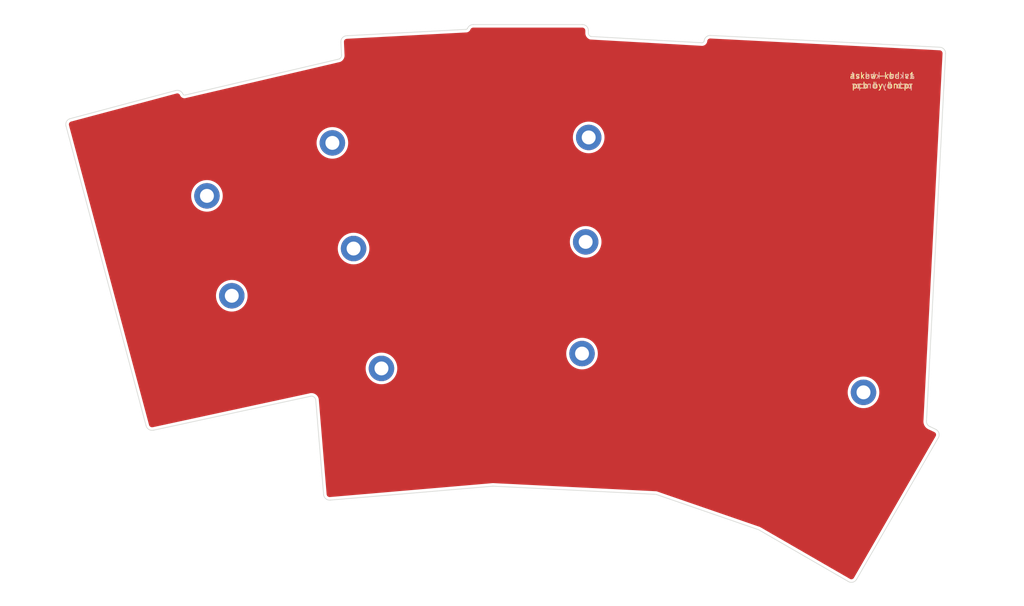
<source format=kicad_pcb>
(kicad_pcb (version 20211014) (generator pcbnew)
  (layers (0 "F.Cu" signal) (31 "B.Cu" signal) (34 "B.Paste" user) (35 "F.Paste" user) (36 "B.SilkS" user "B.Silkscreen") (37 "F.SilkS" user "F.Silkscreen") (38 "B.Mask" user) (39 "F.Mask" user) (44 "Edge.Cuts" user))
  (net 0 "")
  (footprint "kbd:M2_Hole_TH" (layer "F.Cu") (at 154.800497 91.749158)
    (fp_text reference "REF**" hide)
    (fp_text value "M2_Hole_TH" hide)
    (pad "" thru_hole circle locked (at 0 0) (size 4.2 4.2) (drill 2.3) (layers *.Cu *.Mask))
  )
  (footprint "kbd:M2_Hole_TH" (layer "F.Cu") (at 116.500497 92.849158)
    (fp_text reference "REF**" hide)
    (fp_text value "M2_Hole_TH" hide)
    (pad "" thru_hole circle locked (at 0 0) (size 4.2 4.2) (drill 2.3) (layers *.Cu *.Mask))
  )
  (footprint "kbd:M2_Hole_TH" (layer "F.Cu") (at 96.400497 100.649158)
    (fp_text reference "REF**" hide)
    (fp_text value "M2_Hole_TH" hide)
    (pad "" thru_hole circle locked (at 0 0) (size 4.2 4.2) (drill 2.3) (layers *.Cu *.Mask))
  )
  (footprint "kbd:M2_Hole_TH" (layer "F.Cu") (at 92.300497 84.149158)
    (fp_text reference "REF**" hide)
    (fp_text value "M2_Hole_TH" hide)
    (pad "" thru_hole circle locked (at 0 0) (size 4.2 4.2) (drill 2.3) (layers *.Cu *.Mask))
  )
  (footprint "kbd:M2_Hole_TH" (layer "F.Cu") (at 200.650497 116.599158)
    (fp_text reference "REF**" hide)
    (fp_text value "M2_Hole_TH" hide)
    (pad "" thru_hole circle locked (at 0 0) (size 4.2 4.2) (drill 2.3) (layers *.Cu *.Mask))
  )
  (footprint "kbd:M2_Hole_TH" (layer "F.Cu") (at 113.000497 75.399158)
    (fp_text reference "REF**" hide)
    (fp_text value "M2_Hole_TH" hide)
    (pad "" thru_hole circle locked (at 0 0) (size 4.2 4.2) (drill 2.3) (layers *.Cu *.Mask))
  )
  (footprint "kbd:M2_Hole_TH" (layer "F.Cu") (at 154.200497 110.199158)
    (fp_text reference "REF**" hide)
    (fp_text value "M2_Hole_TH" hide)
    (pad "" thru_hole circle locked (at 0 0) (size 4.2 4.2) (drill 2.3) (layers *.Cu *.Mask))
  )
  (footprint "kbd:M2_Hole_TH" (layer "F.Cu") (at 155.300497 74.499158)
    (fp_text reference "REF**" hide)
    (fp_text value "M2_Hole_TH" hide)
    (pad "" thru_hole circle locked (at 0 0) (size 4.2 4.2) (drill 2.3) (layers *.Cu *.Mask))
  )
  (footprint "kbd:M2_Hole_TH" (layer "F.Cu") (at 121.100497 112.649158)
    (fp_text reference "REF**" hide)
    (fp_text value "M2_Hole_TH" hide)
    (pad "" thru_hole circle locked (at 0 0) (size 4.2 4.2) (drill 2.3) (layers *.Cu *.Mask))
  )
  (gr_arc (start 174.350497 58.599158) (mid 174.197796 58.80127) (end 173.95172 58.861384) (layer "Edge.Cuts") (width 0.1))
  (gr_line (start 211.600497 122.249158) (end 212.650497 122.749158) (layer "Edge.Cuts") (width 0.1))
  (gr_line (start 69.685458 71.40404) (end 87.150497 66.749158) (layer "Edge.Cuts") (width 0.1))
  (gr_line (start 155.250497 56.849158) (end 155.253475 57.301089) (layer "Edge.Cuts") (width 0.1))
  (gr_arc (start 114.500497 60.899158) (mid 114.406405 61.289695) (end 114.101235 61.55093) (layer "Edge.Cuts") (width 0.1))
  (gr_line (start 114.101235 61.55093) (end 88.696186 67.497476) (layer "Edge.Cuts") (width 0.1))
  (gr_arc (start 109.400497 117.249158) (mid 109.957569 117.362056) (end 110.250497 117.849158) (layer "Edge.Cuts") (width 0.1))
  (gr_arc (start 83.500497 122.849158) (mid 82.734966 122.741754) (end 82.259381 122.132334) (layer "Edge.Cuts") (width 0.1))
  (gr_arc (start 69.050498 72.649158) (mid 69.112995 71.896568) (end 69.685458 71.40404) (layer "Edge.Cuts") (width 0.1))
  (gr_line (start 166.400497 133.449158) (end 139.500497 132.099158) (layer "Edge.Cuts") (width 0.1))
  (gr_line (start 114.400497 58.749158) (end 114.500497 60.899158) (layer "Edge.Cuts") (width 0.1))
  (gr_arc (start 112.650497 134.399157) (mid 111.916854 134.179218) (end 111.551229 133.506222) (layer "Edge.Cuts") (width 0.1))
  (gr_arc (start 135.300497 56.499158) (mid 135.197351 56.610582) (end 135.050497 56.649158) (layer "Edge.Cuts") (width 0.1))
  (gr_line (start 173.95172 58.861384) (end 155.648456 57.820466) (layer "Edge.Cuts") (width 0.1))
  (gr_line (start 69.050498 72.649158) (end 82.259381 122.132334) (layer "Edge.Cuts") (width 0.1))
  (gr_line (start 115.357006 57.698854) (end 135.050497 56.649158) (layer "Edge.Cuts") (width 0.1))
  (gr_line (start 175.406036 57.649451) (end 213.250497 59.599158) (layer "Edge.Cuts") (width 0.1))
  (gr_arc (start 174.350497 58.599158) (mid 174.680805 57.904838) (end 175.406036 57.649451) (layer "Edge.Cuts") (width 0.1))
  (gr_arc (start 155.648456 57.820466) (mid 155.375928 57.617843) (end 155.253475 57.301089) (layer "Edge.Cuts") (width 0.1))
  (gr_line (start 139.500497 132.099158) (end 112.650497 134.399157) (layer "Edge.Cuts") (width 0.1))
  (gr_arc (start 211.600497 122.249158) (mid 211.171264 121.863452) (end 211.050497 121.299158) (layer "Edge.Cuts") (width 0.1))
  (gr_line (start 183.350497 139.299158) (end 166.400497 133.449158) (layer "Edge.Cuts") (width 0.1))
  (gr_arc (start 213.250497 59.599158) (mid 213.942179 59.926522) (end 214.200613 60.646783) (layer "Edge.Cuts") (width 0.1))
  (gr_arc (start 114.400497 58.749158) (mid 114.660225 58.024994) (end 115.357006 57.698854) (layer "Edge.Cuts") (width 0.1))
  (gr_line (start 214.200613 60.646783) (end 211.050497 121.299158) (layer "Edge.Cuts") (width 0.1))
  (gr_arc (start 154.250497 55.849158) (mid 154.957604 56.142051) (end 155.250497 56.849158) (layer "Edge.Cuts") (width 0.1))
  (gr_line (start 83.500497 122.849158) (end 109.400497 117.249158) (layer "Edge.Cuts") (width 0.1))
  (gr_arc (start 87.150497 66.749158) (mid 87.871436 66.82775) (end 88.355354 67.367892) (layer "Edge.Cuts") (width 0.1))
  (gr_arc (start 88.696186 67.497476) (mid 88.5005 67.49915) (end 88.355354 67.367892) (layer "Edge.Cuts") (width 0.1))
  (gr_line (start 212.999503 124.100843) (end 199.500497 147.499158) (layer "Edge.Cuts") (width 0.1))
  (gr_line (start 154.250497 55.849158) (end 136.250497 55.849158) (layer "Edge.Cuts") (width 0.1))
  (gr_arc (start 199.500497 147.499158) (mid 198.864157 147.961888) (end 198.091812 147.81179) (layer "Edge.Cuts") (width 0.1))
  (gr_line (start 111.551229 133.506222) (end 110.250497 117.849158) (layer "Edge.Cuts") (width 0.1))
  (gr_arc (start 135.300497 56.499158) (mid 135.674946 56.027199) (end 136.250497 55.849158) (layer "Edge.Cuts") (width 0.1))
  (gr_arc (start 212.650497 122.749158) (mid 213.105339 123.352618) (end 212.999503 124.100843) (layer "Edge.Cuts") (width 0.1))
  (gr_line (start 198.091812 147.81179) (end 183.350497 139.299158) (layer "Edge.Cuts") (width 0.1))
  (gr_text "askew-kbd v1\npcb by bncpr" (at 203.75 65.1) (layer "B.SilkS") (effects (font (size 1 1)) (justify mirror)))
  (gr_text "askew-kbd v1\npcb by bncpr" (at 203.753919 65.103864) (layer "F.SilkS") (effects (font (size 1 1))))
  (zone (net 0) (net_name "") (layer "F.Cu") (connect_pads (clearance 0.508)) (min_thickness 0.254) (fill yes (thermal_gap 0.508) (thermal_bridge_width 0.508))
    (polygon (pts (xy 227.15 151.9) (xy 58.15 150.85) (xy 58.65 51.8) (xy 227 51.8)))
  )
)
</source>
